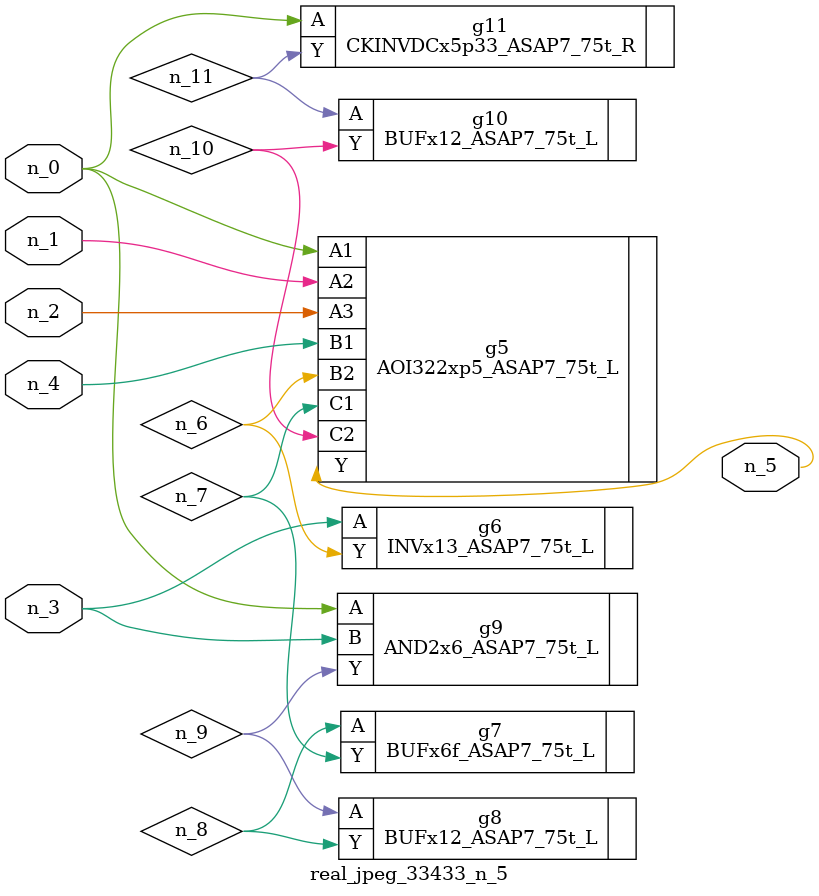
<source format=v>
module real_jpeg_33433_n_5 (n_4, n_0, n_1, n_2, n_3, n_5);

input n_4;
input n_0;
input n_1;
input n_2;
input n_3;

output n_5;

wire n_8;
wire n_11;
wire n_6;
wire n_7;
wire n_10;
wire n_9;

AOI322xp5_ASAP7_75t_L g5 ( 
.A1(n_0),
.A2(n_1),
.A3(n_2),
.B1(n_4),
.B2(n_6),
.C1(n_7),
.C2(n_10),
.Y(n_5)
);

AND2x6_ASAP7_75t_L g9 ( 
.A(n_0),
.B(n_3),
.Y(n_9)
);

CKINVDCx5p33_ASAP7_75t_R g11 ( 
.A(n_0),
.Y(n_11)
);

INVx13_ASAP7_75t_L g6 ( 
.A(n_3),
.Y(n_6)
);

BUFx6f_ASAP7_75t_L g7 ( 
.A(n_8),
.Y(n_7)
);

BUFx12_ASAP7_75t_L g8 ( 
.A(n_9),
.Y(n_8)
);

BUFx12_ASAP7_75t_L g10 ( 
.A(n_11),
.Y(n_10)
);


endmodule
</source>
